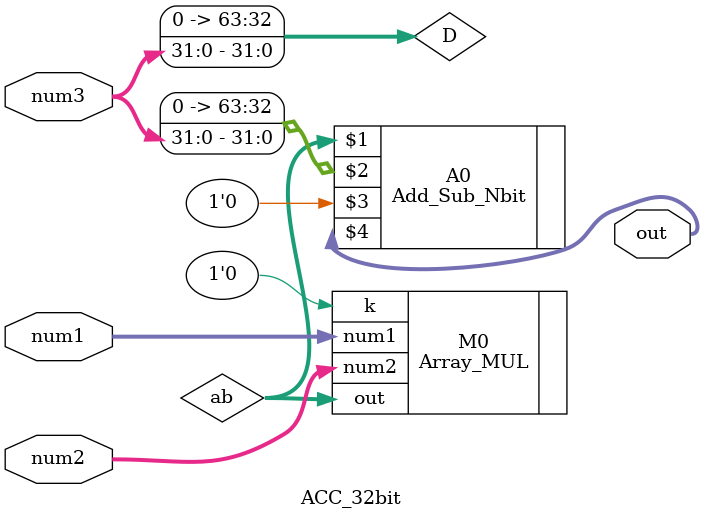
<source format=v>



module ACC_32bit #(
    parameter N = 32
) (
    
    input [N-1:0]num1,
    input [N-1:0]num2,
    input [N-1:0]num3,
    output [2*N:0]out
);
    

wire [2*N-1:0] ab,D;


Array_MUL #(.N(N),.M(N)) M0 (.num1(num1),.num2(num2),.k(1'b0),.out(ab));

assign D = {{(N){1'b0}},num3};

Add_Sub_Nbit #(.N(2*N)) A0 (ab,D,1'b0,out);

endmodule
</source>
